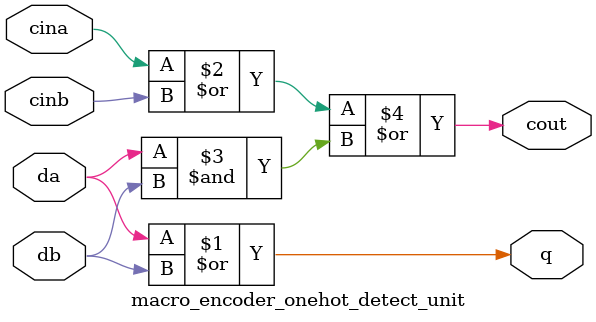
<source format=v>

module macro_encoder_onehot_detect #(
    parameter           INPUT_WIDTH = 1
) (
    input   wire [INPUT_WIDTH - 1:0]    d,
    output  wire                        valid
);
 
    /*
    * Note: This would generate a much heavier circuit.
    */
    // assign valid = d && !(d & (d - 1));

     // 
     localparam P_COUNT  = 1 << $clog2(INPUT_WIDTH);

     /* verilator lint_off UNOPTFLAT */
     wire    d_tree_d[(P_COUNT * 2 - 1) - 1:0];
     wire    d_tree_c[(P_COUNT * 2 - 1) - 1:0];

     //
     genvar i, j;

     //
     generate
         for (i = 0; i < P_COUNT; i = i + 1) begin: GENERATED_TREE_INPUT
            
             if (i < INPUT_WIDTH) begin
                 assign d_tree_d[(P_COUNT * 2 - 1) - 1 - i] = d[i];
             end
             else begin
                 assign d_tree_d[(P_COUNT * 2 - 1) - 1 - i] = 1'b0;
             end

             assign d_tree_c[(P_COUNT * 2 - 1) - 1 - i] = 1'b0;
         end
     endgenerate

     //
     generate
         for (i = 0; i < $clog2(INPUT_WIDTH); i = i + 1) begin: GENERATED_TREE
             for (j = 0; j < (1 << i); j = j + 1) begin
                
                 wire    da;
                 wire    cina;

                 wire    db;
                 wire    cinb;

                 wire    q;
                 wire    cout;

                 macro_encoder_onehot_detect_unit macro_encoder_onehot_detect_unit_INST (
                     .da     (da),
                     .cina   (cina),

                     .db     (db),
                     .cinb   (cinb),

                     .q      (q),
                     .cout   (cout)
                 );

                 assign d_tree_d[((1 << i) - 1) + j] = q;
                 assign d_tree_c[((1 << i) - 1) + j] = cout;

                 assign da   = d_tree_d[((1 << (i + 1)) - 1) + j * 2];
                 assign cina = d_tree_c[((1 << (i + 1)) - 1) + j * 2];

                 assign db   = d_tree_d[((1 << (i + 1)) - 1) + j * 2 + 1];
                 assign cinb = d_tree_c[((1 << (i + 1)) - 1) + j * 2 + 1];
             end
         end
     endgenerate

     //
     assign valid = d_tree_d[0] & ~d_tree_c[0];

endmodule

 //
 module macro_encoder_onehot_detect_unit (
     input   wire                da,
     input   wire                cina,

     input   wire                db,
     input   wire                cinb,

     output  wire                q,
     output  wire                cout
 );

     assign q    = da | db;
     assign cout = cina | cinb | (da & db);

endmodule

</source>
